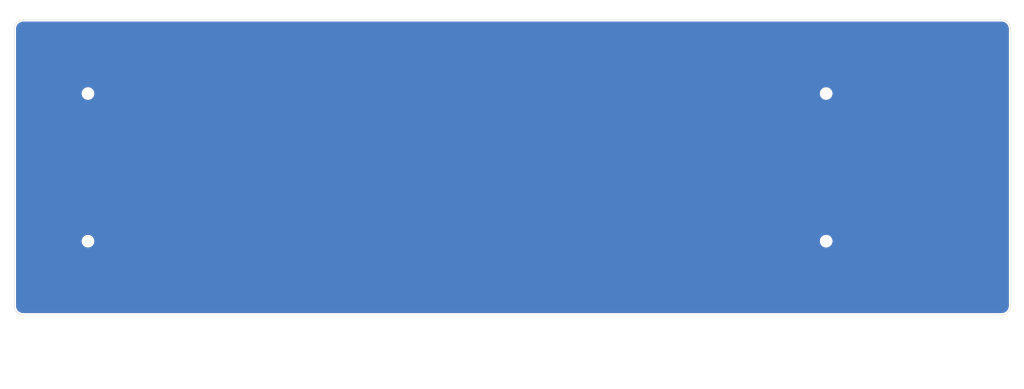
<source format=kicad_pcb>
(kicad_pcb (version 20211014) (generator pcbnew)
  (layers (0 "F.Cu" signal) (31 "B.Cu" signal) (34 "B.Paste" user) (35 "F.Paste" user) (36 "B.SilkS" user "B.Silkscreen") (37 "F.SilkS" user "F.Silkscreen") (38 "B.Mask" user) (39 "F.Mask" user) (44 "Edge.Cuts" user))
  (net 0 "")
  (footprint "" (layer "F.Cu") (at 226.412108 56.199593)
    (fp_text reference "" (at 0 0) (layer "F.SilkS") (effects (font (size 1.27 1.27))))
    (fp_text value "" (at 0 0) (layer "F.SilkS") (effects (font (size 1.27 1.27))))
    (pad "" np_thru_hole circle (at 0 0) (size 2.3 2.3) (drill 2.3) (layers *.Cu *.Mask))
  )
  (footprint "" (layer "F.Cu") (at 226.412108 94.299593)
    (fp_text reference "" (at 0 0) (layer "F.SilkS") (effects (font (size 1.27 1.27))))
    (fp_text value "" (at 0 0) (layer "F.SilkS") (effects (font (size 1.27 1.27))))
    (pad "" np_thru_hole circle (at 0 0) (size 2.3 2.3) (drill 2.3) (layers *.Cu *.Mask))
  )
  (footprint "" (layer "F.Cu") (at 35.912108 56.199593)
    (fp_text reference "" (at 0 0) (layer "F.SilkS") (effects (font (size 1.27 1.27))))
    (fp_text value "" (at 0 0) (layer "F.SilkS") (effects (font (size 1.27 1.27))))
    (pad "" np_thru_hole circle (at 0 0) (size 2.3 2.3) (drill 2.3) (layers *.Cu *.Mask))
  )
  (footprint "" (layer "F.Cu") (at 35.912108 94.299593)
    (fp_text reference "" (at 0 0) (layer "F.SilkS") (effects (font (size 1.27 1.27))))
    (fp_text value "" (at 0 0) (layer "F.SilkS") (effects (font (size 1.27 1.27))))
    (pad "" np_thru_hole circle (at 0 0) (size 2.3 2.3) (drill 2.3) (layers *.Cu *.Mask))
  )
  (gr_line (start 19.243358 113.349593) (end 271.655858 113.349593) (layer "Edge.Cuts") (width 0.1))
  (gr_line (start 19.243358 37.149593) (end 271.655858 37.149593) (layer "Edge.Cuts") (width 0.1))
  (gr_arc (start 271.655858 37.149593) (mid 273.339668 37.847033) (end 274.037108 39.530843) (layer "Edge.Cuts") (width 0.1))
  (gr_arc (start 16.862108 39.530843) (mid 17.55956 37.847045) (end 19.243358 37.149593) (layer "Edge.Cuts") (width 0.1))
  (gr_line (start 274.037108 39.530843) (end 274.037108 110.968343) (layer "Edge.Cuts") (width 0.1))
  (gr_line (start 16.862108 110.968343) (end 16.862108 39.530843) (layer "Edge.Cuts") (width 0.1))
  (gr_arc (start 274.037108 110.968343) (mid 273.339644 112.652134) (end 271.655858 113.349593) (layer "Edge.Cuts") (width 0.1))
  (gr_arc (start 19.243358 113.349593) (mid 17.559549 112.652152) (end 16.862108 110.968343) (layer "Edge.Cuts") (width 0.1))
  (zone (net 0) (net_name "") (layers F&B.Cu) (connect_pads (clearance 0.508)) (min_thickness 0.254) (fill yes (thermal_gap 0.508) (thermal_bridge_width 0.508))
    (polygon (pts (xy 277.12 32.27) (xy 277.49 118.21) (xy 13.21 117.11) (xy 14.5 32.08)))
  )
  (zone (net 0) (net_name "") (layer "B.Cu") (connect_pads (clearance 0.508)) (min_thickness 0.254) (fill yes (thermal_gap 0.508) (thermal_bridge_width 0.508))
    (polygon (pts (xy 277.12 32.27) (xy 277.49 118.21) (xy 13.21 117.11) (xy 14.51 32.06)))
  )
)
</source>
